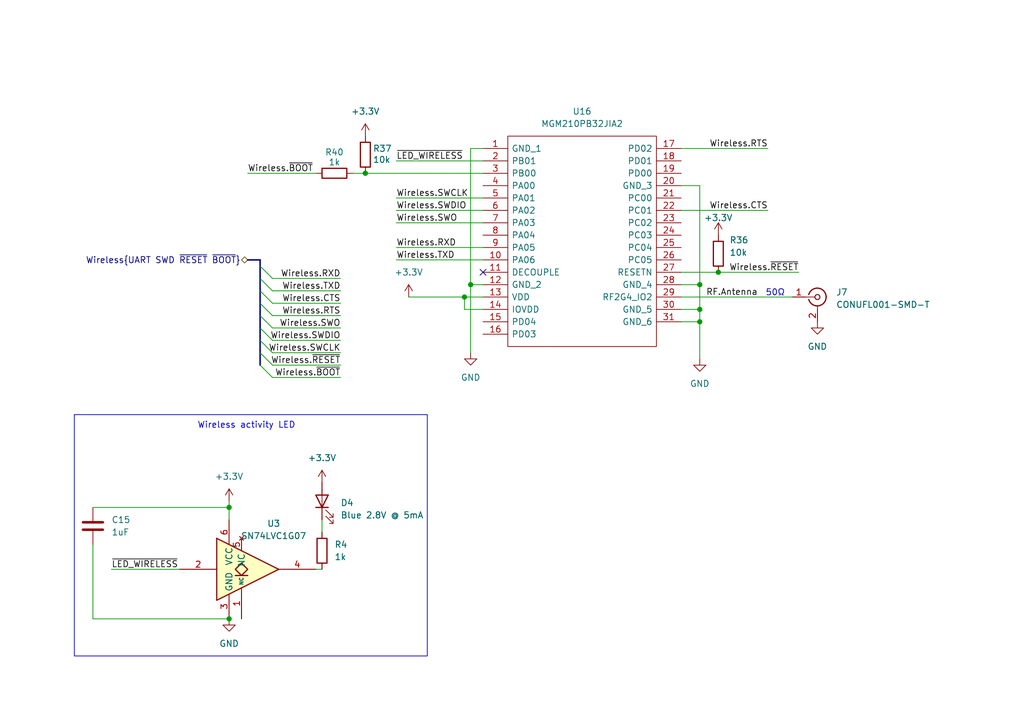
<source format=kicad_sch>
(kicad_sch (version 20231120) (generator "eeschema") (generator_version "8.0")
  (paper "A5")
  (lib_symbols
    (symbol "74xGxx:74LVC1G07"
      (property "Reference" "U15" (at 4.064 9.398 0))
      (property "Value" "SN74LVC1G07" (at 4.064 6.858 0))
      (symbol "74LVC1G07_0_1"
        (polyline (pts (xy -3.81 -1.27) (xy -1.27 -1.27)) (stroke (width 0.254)) (fill (type background)))
        (polyline (pts (xy -7.62 6.35) (xy -7.62 -6.35) (xy 5.08 0) (xy -7.62 6.35)) (stroke (width 0.254)) (fill (type background)))
        (polyline (pts (xy -2.54 1.27) (xy -3.81 0) (xy -2.54 -1.27) (xy -1.27 0) (xy -2.54 1.27)) (stroke (width 0.254)) (fill (type background)))
      )
      (symbol "74LVC1G07_1_1"
        (pin free line (at -2.54 -10.16 90) (length 6.35) (name "NC") (number "1"))
        (pin input line (at -15.24 0 0) (length 7.62) (name "~") (number "2"))
        (pin power_in line (at -5.08 -10.16 90) (length 5.08) (name "GND") (number "3"))
        (pin open_collector line (at 12.7 0 180) (length 7.62) (name "~") (number "4"))
        (pin no_connect line (at -2.54 6.35 270) (length 2.54) (name "NC") (number "5"))
        (pin power_in line (at -5.08 10.16 270) (length 5.08) (name "VCC") (number "6"))
      )
    )
    (symbol "Connector:Conn_Coaxial" (pin_names (offset 1.016) hide)
      (property "Reference" "J" (at 0.254 3.048 0))
      (property "Value" "Conn_Coaxial" (at 2.921 0 90))
      (symbol "Conn_Coaxial_0_1"
        (arc (start -1.778 -0.508) (mid 0.2311 -1.8066) (end 1.778 0) (stroke (width 0.254)))
        (polyline (pts (xy -2.54 0) (xy -0.508 0)))
        (polyline (pts (xy 0 -2.54) (xy 0 -1.778)))
        (circle (center 0 0) (radius 0.508) (stroke (width 0.2032)))
        (arc (start 1.778 0) (mid 0.2099 1.8101) (end -1.778 0.508) (stroke (width 0.254)))
      )
      (symbol "Conn_Coaxial_1_1"
        (pin passive line (at -5.08 0 0) (length 2.54) (name "In") (number "1"))
        (pin passive line (at 0 -5.08 90) (length 2.54) (name "Ext") (number "2"))
      )
    )
    (symbol "Device:C" (pin_numbers hide) (pin_names (offset 0.254))
      (property "Reference" "C" (at 0.635 2.54 0))
      (property "Value" "C" (at 0.635 -2.54 0))
      (symbol "C_0_1"
        (polyline (pts (xy -2.032 -0.762) (xy 2.032 -0.762)) (stroke (width 0.508)))
        (polyline (pts (xy -2.032 0.762) (xy 2.032 0.762)) (stroke (width 0.508)))
      )
      (symbol "C_1_1"
        (pin passive line (at 0 3.81 270) (length 2.794) (name "~") (number "1"))
        (pin passive line (at 0 -3.81 90) (length 2.794) (name "~") (number "2"))
      )
    )
    (symbol "Device:LED" (pin_numbers hide) (pin_names (offset 1.016) hide)
      (property "Reference" "D" (at 0 2.54 0))
      (property "Value" "LED" (at 0 -2.54 0))
      (symbol "LED_0_1"
        (polyline (pts (xy -1.27 -1.27) (xy -1.27 1.27)) (stroke (width 0.254)))
        (polyline (pts (xy -1.27 0) (xy 1.27 0)))
        (polyline (pts (xy 1.27 -1.27) (xy 1.27 1.27) (xy -1.27 0) (xy 1.27 -1.27)) (stroke (width 0.254)))
        (polyline (pts (xy -3.048 -0.762) (xy -4.572 -2.286) (xy -3.81 -2.286) (xy -4.572 -2.286) (xy -4.572 -1.524)))
        (polyline (pts (xy -1.778 -0.762) (xy -3.302 -2.286) (xy -2.54 -2.286) (xy -3.302 -2.286) (xy -3.302 -1.524)))
      )
      (symbol "LED_1_1"
        (pin passive line (at -3.81 0 0) (length 2.54) (name "K") (number "1"))
        (pin passive line (at 3.81 0 180) (length 2.54) (name "A") (number "2"))
      )
    )
    (symbol "Device:R" (pin_numbers hide) (pin_names (offset 0))
      (property "Reference" "R" (at 2.032 0 90))
      (property "Value" "R" (at 0 0 90))
      (symbol "R_0_1"
        (rectangle (start -1.016 -2.54) (end 1.016 2.54) (stroke (width 0.254)))
      )
      (symbol "R_1_1"
        (pin passive line (at 0 3.81 270) (length 1.27) (name "~") (number "1"))
        (pin passive line (at 0 -3.81 90) (length 1.27) (name "~") (number "2"))
      )
    )
    (symbol "MGM210PB32JIA2:MGM210PB32JIA2" (pin_names (offset 0.762))
      (property "Reference" "IC" (at 36.83 7.62 0))
      (property "Value" "MGM210PB32JIA2" (at 36.83 5.08 0))
      (symbol "MGM210PB32JIA2_0_0"
        (pin passive line (at 0 0 0) (length 5.08) (name "GND_1") (number "1"))
        (pin passive line (at 0 -22.86 0) (length 5.08) (name "PA06") (number "10"))
        (pin passive line (at 0 -25.4 0) (length 5.08) (name "DECOUPLE") (number "11"))
        (pin passive line (at 0 -27.94 0) (length 5.08) (name "GND_2") (number "12"))
        (pin passive line (at 0 -30.48 0) (length 5.08) (name "VDD") (number "13"))
        (pin passive line (at 0 -33.02 0) (length 5.08) (name "IOVDD") (number "14"))
        (pin passive line (at 0 -35.56 0) (length 5.08) (name "PD04") (number "15"))
        (pin passive line (at 0 -38.1 0) (length 5.08) (name "PD03") (number "16"))
        (pin passive line (at 40.64 0 180) (length 5.08) (name "PD02") (number "17"))
        (pin passive line (at 40.64 -2.54 180) (length 5.08) (name "PD01") (number "18"))
        (pin passive line (at 40.64 -5.08 180) (length 5.08) (name "PD00") (number "19"))
        (pin passive line (at 0 -2.54 0) (length 5.08) (name "PB01") (number "2"))
        (pin passive line (at 40.64 -7.62 180) (length 5.08) (name "GND_3") (number "20"))
        (pin passive line (at 40.64 -10.16 180) (length 5.08) (name "PC00") (number "21"))
        (pin passive line (at 40.64 -12.7 180) (length 5.08) (name "PC01") (number "22"))
        (pin passive line (at 40.64 -15.24 180) (length 5.08) (name "PC02") (number "23"))
        (pin passive line (at 40.64 -17.78 180) (length 5.08) (name "PC03") (number "24"))
        (pin passive line (at 40.64 -20.32 180) (length 5.08) (name "PC04") (number "25"))
        (pin passive line (at 40.64 -22.86 180) (length 5.08) (name "PC05") (number "26"))
        (pin passive line (at 40.64 -25.4 180) (length 5.08) (name "RESETN") (number "27"))
        (pin passive line (at 40.64 -27.94 180) (length 5.08) (name "GND_4") (number "28"))
        (pin passive line (at 40.64 -30.48 180) (length 5.08) (name "RF2G4_IO2") (number "29"))
        (pin passive line (at 0 -5.08 0) (length 5.08) (name "PB00") (number "3"))
        (pin passive line (at 40.64 -33.02 180) (length 5.08) (name "GND_5") (number "30"))
        (pin passive line (at 40.64 -35.56 180) (length 5.08) (name "GND_6") (number "31"))
        (pin passive line (at 0 -7.62 0) (length 5.08) (name "PA00") (number "4"))
        (pin passive line (at 0 -10.16 0) (length 5.08) (name "PA01") (number "5"))
        (pin passive line (at 0 -12.7 0) (length 5.08) (name "PA02") (number "6"))
        (pin passive line (at 0 -15.24 0) (length 5.08) (name "PA03") (number "7"))
        (pin passive line (at 0 -17.78 0) (length 5.08) (name "PA04") (number "8"))
        (pin passive line (at 0 -20.32 0) (length 5.08) (name "PA05") (number "9"))
      )
      (symbol "MGM210PB32JIA2_0_1"
        (polyline (pts (xy 5.08 2.54) (xy 35.56 2.54) (xy 35.56 -40.64) (xy 5.08 -40.64) (xy 5.08 2.54)) (stroke (width 0.1524)))
      )
    )
    (symbol "power:+3.3V" (power) (pin_names (offset 0))
      (property "Value" "+3.3V" (at 0 3.556 0))
      (symbol "+3.3V_0_1"
        (polyline (pts (xy -0.762 1.27) (xy 0 2.54)))
        (polyline (pts (xy 0 0) (xy 0 2.54)))
        (polyline (pts (xy 0 2.54) (xy 0.762 1.27)))
      )
      (symbol "+3.3V_1_1"
        (pin power_in line (at 0 0 90) (length 0) hide (name "+3.3V") (number "1"))
      )
    )
    (symbol "power:GND" (power) (pin_names (offset 0))
      (property "Value" "GND" (at 0 -3.81 0))
      (symbol "GND_0_1"
        (polyline (pts (xy 0 0) (xy 0 -1.27) (xy 1.27 -1.27) (xy 0 -2.54) (xy -1.27 -1.27) (xy 0 -1.27)))
      )
      (symbol "GND_1_1"
        (pin power_in line (at 0 0 270) (length 0) hide (name "GND") (number "1"))
      )
    )
  )
  (bus_alias "ETH" (members "TD1+" "TD1-" "TD2+" "TD2-" "TD3+" "TD3-" "TD4+" "TD4-" "LED_YELLOW" "LED_GREEN"))
  (bus_alias "PCIe" (members "~{RST}" "~{CLKREQ}" "CLK+" "CLK-" "TX+" "TX-" "RX+" "RX-"))
  (bus_alias "SPI" (members "MISO" "MOSI" "SCLK" "CE"))
  (bus_alias "SWD" (members "SWDIO" "SWCLK" "SWO"))
  (bus_alias "UART" (members "TXD" "RXD" "CTS" "RTS"))
  (junction (at 143.51 58.42))
  (junction (at 74.93 35.56))
  (junction (at 143.51 66.04))
  (junction (at 46.99 127))
  (junction (at 147.32 55.88))
  (junction (at 46.99 104.14))
  (junction (at 143.51 63.5))
  (junction (at 95.25 60.96))
  (junction (at 96.52 58.42))
  (no_connect (at 99.06 55.88))
  (bus_entry (at 53.34 62.23) (size 2.54 2.54))
  (bus_entry (at 53.34 54.61) (size 2.54 2.54))
  (bus_entry (at 53.34 64.77) (size 2.54 2.54))
  (bus_entry (at 53.34 57.15) (size 2.54 2.54))
  (bus_entry (at 53.34 69.85) (size 2.54 2.54))
  (bus_entry (at 53.34 59.69) (size 2.54 2.54))
  (bus_entry (at 53.34 72.39) (size 2.54 2.54))
  (bus_entry (at 53.34 67.31) (size 2.54 2.54))
  (bus_entry (at 53.34 74.93) (size 2.54 2.54))
  (wire (pts (xy 74.93 35.56) (xy 99.06 35.56)))
  (wire (pts (xy 81.28 53.34) (xy 99.06 53.34)))
  (wire (pts (xy 72.39 35.56) (xy 74.93 35.56)))
  (wire (pts (xy 81.28 50.8) (xy 99.06 50.8)))
  (wire (pts (xy 81.28 43.18) (xy 99.06 43.18)))
  (wire (pts (xy 81.28 40.64) (xy 99.06 40.64)))
  (wire (pts (xy 83.82 60.96) (xy 95.25 60.96)))
  (wire (pts (xy 139.7 60.96) (xy 162.56 60.96)))
  (wire (pts (xy 55.88 64.77) (xy 69.85 64.77)))
  (wire (pts (xy 157.48 30.48) (xy 139.7 30.48)))
  (bus (pts (xy 50.8 53.34) (xy 53.34 53.34)))
  (bus (pts (xy 53.34 53.34) (xy 53.34 54.61)))
  (wire (pts (xy 19.05 127) (xy 46.99 127)))
  (wire (pts (xy 139.7 66.04) (xy 143.51 66.04)))
  (wire (pts (xy 55.88 77.47) (xy 69.85 77.47)))
  (wire (pts (xy 55.88 74.93) (xy 69.85 74.93)))
  (wire (pts (xy 95.25 60.96) (xy 99.06 60.96)))
  (wire (pts (xy 96.52 30.48) (xy 96.52 58.42)))
  (wire (pts (xy 55.88 67.31) (xy 69.85 67.31)))
  (wire (pts (xy 139.7 58.42) (xy 143.51 58.42)))
  (bus (pts (xy 53.34 72.39) (xy 53.34 74.93)))
  (wire (pts (xy 19.05 104.14) (xy 46.99 104.14)))
  (wire (pts (xy 147.32 55.88) (xy 163.83 55.88)))
  (bus (pts (xy 53.34 57.15) (xy 53.34 59.69)))
  (wire (pts (xy 143.51 38.1) (xy 143.51 58.42)))
  (wire (pts (xy 81.28 33.02) (xy 99.06 33.02)))
  (wire (pts (xy 19.05 111.76) (xy 19.05 127)))
  (wire (pts (xy 55.88 62.23) (xy 69.85 62.23)))
  (wire (pts (xy 95.25 63.5) (xy 99.06 63.5)))
  (wire (pts (xy 66.04 106.68) (xy 66.04 109.22)))
  (wire (pts (xy 55.88 57.15) (xy 69.85 57.15)))
  (wire (pts (xy 139.7 63.5) (xy 143.51 63.5)))
  (wire (pts (xy 81.28 45.72) (xy 99.06 45.72)))
  (wire (pts (xy 157.48 43.18) (xy 139.7 43.18)))
  (wire (pts (xy 66.04 116.84) (xy 64.77 116.84)))
  (bus (pts (xy 53.34 64.77) (xy 53.34 67.31)))
  (bus (pts (xy 53.34 59.69) (xy 53.34 62.23)))
  (wire (pts (xy 143.51 58.42) (xy 143.51 63.5)))
  (wire (pts (xy 139.7 55.88) (xy 147.32 55.88)))
  (bus (pts (xy 53.34 69.85) (xy 53.34 72.39)))
  (wire (pts (xy 143.51 66.04) (xy 143.51 73.66)))
  (wire (pts (xy 55.88 72.39) (xy 69.85 72.39)))
  (wire (pts (xy 55.88 59.69) (xy 69.85 59.69)))
  (wire (pts (xy 46.99 102.87) (xy 46.99 104.14)))
  (wire (pts (xy 22.86 116.84) (xy 36.83 116.84)))
  (wire (pts (xy 95.25 60.96) (xy 95.25 63.5)))
  (wire (pts (xy 139.7 38.1) (xy 143.51 38.1)))
  (wire (pts (xy 96.52 58.42) (xy 96.52 72.39)))
  (wire (pts (xy 50.8 35.56) (xy 64.77 35.56)))
  (bus (pts (xy 53.34 54.61) (xy 53.34 57.15)))
  (wire (pts (xy 55.88 69.85) (xy 69.85 69.85)))
  (wire (pts (xy 99.06 30.48) (xy 96.52 30.48)))
  (wire (pts (xy 46.99 104.14) (xy 46.99 106.68)))
  (bus (pts (xy 53.34 62.23) (xy 53.34 64.77)))
  (wire (pts (xy 96.52 58.42) (xy 99.06 58.42)))
  (wire (pts (xy 143.51 63.5) (xy 143.51 66.04)))
  (bus (pts (xy 53.34 67.31) (xy 53.34 69.85)))
  (rectangle (start 15.24 85.09) (end 87.63 134.62))
  (text "50Ω" (at 159.004 60.198 0) (effects (font (size 1.27 1.27))))
  (text "Wireless activity LED" (at 50.546 87.376 0) (effects (font (size 1.27 1.27))))
  (label "Wireless.RXD" (at 69.85 57.15 180))
  (label "~{LED_WIRELESS}" (at 81.28 33.02 0))
  (label "Wireless.TXD" (at 69.85 59.69 180))
  (label "Wireless.TXD" (at 81.28 53.34 0))
  (label "Wireless.~{RESET}" (at 69.85 74.93 180))
  (label "Wireless.~{BOOT}" (at 50.8 35.56 0))
  (label "Wireless.RXD" (at 81.28 50.8 0))
  (label "Wireless.RTS" (at 69.85 64.77 180))
  (label "Wireless.SWO" (at 81.28 45.72 0))
  (label "Wireless.SWCLK" (at 81.28 40.64 0))
  (label "Wireless.SWDIO" (at 81.28 43.18 0))
  (label "Wireless.~{BOOT}" (at 69.85 77.47 180))
  (label "RF.Antenna" (at 144.78 60.96 0))
  (label "Wireless.CTS" (at 157.48 43.18 180))
  (label "Wireless.RTS" (at 157.48 30.48 180))
  (label "Wireless.CTS" (at 69.85 62.23 180))
  (label "Wireless.~{RESET}" (at 163.83 55.88 180))
  (label "Wireless.SWDIO" (at 69.85 69.85 180))
  (label "Wireless.SWO" (at 69.85 67.31 180))
  (label "~{LED_WIRELESS}" (at 22.86 116.84 0))
  (label "Wireless.SWCLK" (at 69.85 72.39 180))
  (hierarchical_label "Wireless{UART SWD ~{RESET} ~{BOOT}}" (shape bidirectional) (at 50.8 53.34 180))
  (symbol (lib_id "power:+3.3V") (at 46.99 102.87 0) (unit 1)
    (property "Reference" "#PWR094" (effects (hide yes)))
    (property "Value" "+3.3V" (at 46.99 97.79 0))
  )
  (symbol (lib_id "MGM210PB32JIA2:MGM210PB32JIA2") (at 99.06 30.48 0) (unit 1)
    (property "Reference" "U16" (at 119.38 22.86 0))
    (property "Value" "MGM210PB32JIA2" (at 119.38 25.4 0))
    (property "Footprint" "MGM210PB32JIA2:MGM210PA32JIA2" (effects (hide yes)))
    (property "Datasheet" "https://www.silabs.com/documents/public/data-sheets/mgm210p-datasheet.pdf" (effects (hide yes)))
    (property "Description" "Bluetooth Modules (802.15.1) MGM210P Wireless Gecko Multiprotocol Module, PCB, Secure Vault, +20 dBm, 2.4 GHz, 1 MB Flash, -40 to" (effects (hide yes)))
    (property "Height" "2.35" (effects (hide yes)))
    (property "Manufacturer_Name" "Silicon Labs" (effects (hide yes)))
    (property "Manufacturer_Part_Number" "MGM210PB32JIA2" (effects (hide yes)))
    (property "Mouser Part Number" "634-MGM210PB32JIA2" (effects (hide yes)))
    (property "Mouser Price/Stock" "https://www.mouser.co.uk/ProductDetail/Silicon-Labs/MGM210PB32JIA2?qs=DPoM0jnrROX63en8GgMpNA%3D%3D" (effects (hide yes)))
    (property "Arrow Part Number" "MGM210PB32JIA2" (effects (hide yes)))
    (property "Arrow Price/Stock" "https://www.arrow.com/en/products/mgm210pb32jia2/silicon-labs" (effects (hide yes)))
    (property "MPN" "MGM210PB32JIA2" (effects (hide yes)))
  )
  (symbol (lib_id "power:+3.3V") (at 147.32 48.26 0) (unit 1)
    (property "Reference" "#PWR0101" (effects (hide yes)))
    (property "Value" "+3.3V" (at 147.32 44.704 0))
  )
  (symbol (lib_id "power:+3.3V") (at 66.04 99.06 0) (unit 1)
    (property "Reference" "#PWR096" (effects (hide yes)))
    (property "Value" "+3.3V" (at 66.04 93.98 0))
  )
  (symbol (lib_id "Device:R") (at 68.58 35.56 90) (unit 1)
    (property "Reference" "R40" (at 68.58 31.242 90))
    (property "Value" "1k" (at 68.58 33.274 90))
    (property "Footprint" "Resistor_SMD:R_0603_1608Metric" (effects (hide yes)))
    (property "Description" "Resistor" (effects (hide yes)))
  )
  (symbol (lib_id "74xGxx:74LVC1G07") (at 52.07 116.84 0) (unit 1)
    (property "Reference" "U3" (at 56.134 107.442 0))
    (property "Value" "SN74LVC1G07" (at 56.134 109.982 0))
    (property "Footprint" "Package_SON:Texas_USON-6_1x1.45mm_P0.5mm_SMD" (effects (hide yes)))
    (property "Datasheet" "https://www.ti.com/lit/ds/symlink/sn74lvc1g07.pdf" (effects (hide yes)))
    (property "Description" "Single Buffer Gate, Open Drain, Low-Voltage CMOS" (effects (hide yes)))
    (property "MPN" "SN74LVC1G07DRY" (effects (hide yes)))
    (property "LCSC Part #" "C2675513" (effects (hide yes)))
  )
  (symbol (lib_id "Device:R") (at 74.93 31.75 0) (unit 1)
    (property "Reference" "R37" (at 76.454 30.48 0) (effects (justify left)))
    (property "Value" "10k" (at 76.454 32.766 0) (effects (justify left)))
    (property "Footprint" "Resistor_SMD:R_0603_1608Metric" (effects (hide yes)))
    (property "Description" "Resistor" (effects (hide yes)))
  )
  (symbol (lib_id "power:GND") (at 167.64 66.04 0) (unit 1)
    (property "Reference" "#PWR0102" (effects (hide yes)))
    (property "Value" "GND" (at 167.64 71.12 0))
  )
  (symbol (lib_id "Device:R") (at 147.32 52.07 0) (unit 1)
    (property "Reference" "R36" (at 149.606 49.276 0) (effects (justify left)))
    (property "Value" "10k" (at 149.606 51.816 0) (effects (justify left)))
    (property "Footprint" "Resistor_SMD:R_0603_1608Metric" (effects (hide yes)))
    (property "Description" "Resistor" (effects (hide yes)))
  )
  (symbol (lib_id "power:GND") (at 143.51 73.66 0) (unit 1)
    (property "Reference" "#PWR0100" (effects (hide yes)))
    (property "Value" "GND" (at 143.51 78.74 0))
  )
  (symbol (lib_id "Device:LED") (at 66.04 102.87 90) (unit 1)
    (property "Reference" "D4" (at 69.85 103.1874 90) (effects (justify right)))
    (property "Value" "Blue 2.8V @ 5mA" (at 69.85 105.7274 90) (effects (justify right)))
    (property "Footprint" "LED_SMD:LED_0603_1608Metric" (effects (hide yes)))
    (property "Description" "Light emitting diode" (effects (hide yes)))
    (property "LCSC Part #" "C965807" (effects (hide yes)))
    (property "MPN" "XL-1608UBC-04" (effects (hide yes)))
  )
  (symbol (lib_id "power:GND") (at 46.99 127 0) (unit 1)
    (property "Reference" "#PWR095" (effects (hide yes)))
    (property "Value" "GND" (at 46.99 132.08 0))
  )
  (symbol (lib_id "power:GND") (at 96.52 72.39 0) (unit 1)
    (property "Reference" "#PWR099" (effects (hide yes)))
    (property "Value" "GND" (at 96.52 77.47 0))
  )
  (symbol (lib_id "Connector:Conn_Coaxial") (at 167.64 60.96 0) (unit 1)
    (property "Reference" "J7" (at 171.45 59.9831 0) (effects (justify left)))
    (property "Value" "CONUFL001-SMD-T" (at 171.45 62.5231 0) (effects (justify left)))
    (property "Footprint" "Connector_Coaxial:U.FL_Hirose_U.FL-R-SMT-1_Vertical" (effects (hide yes)))
    (property "Description" "coaxial connector (BNC, SMA, SMB, SMC, Cinch/RCA, LEMO, ...)" (effects (hide yes)))
    (property "LCSC Part #" "C22418213" (effects (hide yes)))
    (property "MPN" "CONUFL001-SMD-T" (effects (hide yes)))
  )
  (symbol (lib_id "power:+3.3V") (at 74.93 27.94 0) (unit 1)
    (property "Reference" "#PWR097" (effects (hide yes)))
    (property "Value" "+3.3V" (at 74.93 22.86 0))
  )
  (symbol (lib_id "Device:R") (at 66.04 113.03 0) (unit 1)
    (property "Reference" "R4" (at 68.58 111.7599 0) (effects (justify left)))
    (property "Value" "1k" (at 68.58 114.2999 0) (effects (justify left)))
    (property "Footprint" "Resistor_SMD:R_0402_1005Metric" (effects (hide yes)))
    (property "Description" "Resistor" (effects (hide yes)))
  )
  (symbol (lib_id "power:+3.3V") (at 83.82 60.96 0) (unit 1)
    (property "Reference" "#PWR098" (effects (hide yes)))
    (property "Value" "+3.3V" (at 83.82 55.88 0))
  )
  (symbol (lib_id "Device:C") (at 19.05 107.95 0) (unit 1)
    (property "Reference" "C15" (at 22.86 106.6799 0) (effects (justify left)))
    (property "Value" "1uF" (at 22.86 109.2199 0) (effects (justify left)))
    (property "Footprint" "Capacitor_SMD:C_0402_1005Metric" (effects (hide yes)))
    (property "Description" "Unpolarized capacitor" (effects (hide yes)))
  )
)
</source>
